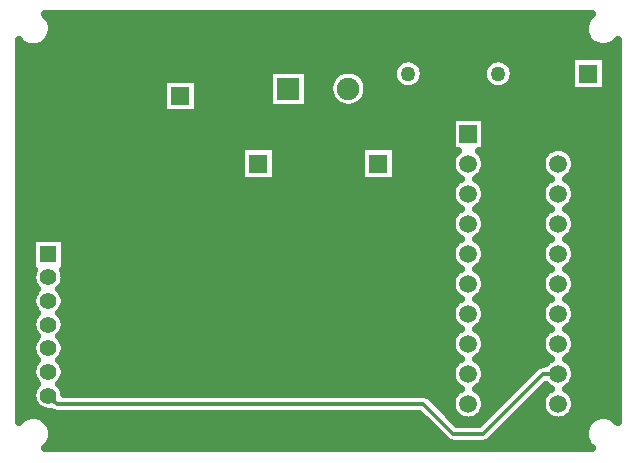
<source format=gbl>
G04 DipTrace 3.2.0.1*
G04 Bottom.gbl*
%MOIN*%
G04 #@! TF.FileFunction,Copper,L2,Bot*
G04 #@! TF.Part,Single*
G04 #@! TA.AperFunction,Conductor*
%ADD14C,0.012992*%
G04 #@! TA.AperFunction,CopperBalancing*
%ADD15C,0.025*%
G04 #@! TA.AperFunction,ComponentPad*
%ADD16C,0.062992*%
%ADD17R,0.062992X0.062992*%
%ADD18C,0.05*%
%ADD19C,0.05*%
%ADD20C,0.062992*%
%ADD21C,0.129921*%
%ADD22R,0.055118X0.055118*%
%ADD23C,0.055118*%
%ADD24R,0.074803X0.074803*%
%ADD25C,0.074803*%
%ADD26R,0.059055X0.059055*%
%ADD27C,0.059055*%
%FSLAX26Y26*%
G04*
G70*
G90*
G75*
G01*
G04 Bottom*
%LPD*%
X2243701Y1693701D2*
D14*
X2143701Y1593701D1*
X1843701D1*
X1793701Y1543701D1*
Y1343701D1*
X1743701Y1293701D1*
X1643701D1*
X2243701Y693699D2*
X2193699D1*
X1993701Y493701D1*
X1893701D1*
X1793701Y593701D1*
X571260D1*
X543701Y621260D1*
X553517Y1866962D2*
D15*
X2333899D1*
X558038Y1842093D2*
X2329377D1*
X552081Y1817224D2*
X2335298D1*
X448089Y1792356D2*
X456747D1*
X530659D2*
X2356720D1*
X2430690D2*
X2439325D1*
X448089Y1767487D2*
X2439325D1*
X448089Y1742618D2*
X1725123D1*
X1762276D2*
X2025115D1*
X2062268D2*
X2283230D1*
X2404172D2*
X2439325D1*
X448089Y1717749D2*
X1695663D1*
X1791736D2*
X1995654D1*
X2091728D2*
X2283230D1*
X2404172D2*
X2439325D1*
X448089Y1692881D2*
X1277324D1*
X1410108D2*
X1500416D1*
X1586982D2*
X1689706D1*
X1797693D2*
X1989734D1*
X2097685D2*
X2283230D1*
X2404172D2*
X2439325D1*
X448089Y1668012D2*
X923362D1*
X1044340D2*
X1277324D1*
X1410108D2*
X1482115D1*
X1605282D2*
X1696559D1*
X1790839D2*
X1996587D1*
X2090831D2*
X2283230D1*
X2404172D2*
X2439325D1*
X448089Y1643143D2*
X923362D1*
X1044340D2*
X1277324D1*
X1410108D2*
X1477307D1*
X1610091D2*
X1731438D1*
X1755959D2*
X2031430D1*
X2055951D2*
X2283230D1*
X2404172D2*
X2439325D1*
X448089Y1618274D2*
X923362D1*
X1044340D2*
X1277324D1*
X1410108D2*
X1482581D1*
X1604815D2*
X2439325D1*
X448089Y1593406D2*
X923362D1*
X1044340D2*
X1277324D1*
X1410108D2*
X1501780D1*
X1585618D2*
X2439325D1*
X448089Y1568537D2*
X923362D1*
X1044340D2*
X2439325D1*
X448089Y1543668D2*
X1885167D1*
X2002232D2*
X2439325D1*
X448089Y1518799D2*
X1885167D1*
X2002232D2*
X2439325D1*
X448089Y1493930D2*
X1885167D1*
X2002232D2*
X2439325D1*
X448089Y1469062D2*
X1885167D1*
X2002232D2*
X2439325D1*
X448089Y1444193D2*
X1183201D1*
X1304178D2*
X1583201D1*
X1704178D2*
X1885167D1*
X2002232D2*
X2216951D1*
X2270467D2*
X2439325D1*
X448089Y1419324D2*
X1183201D1*
X1304178D2*
X1583201D1*
X1704178D2*
X1891374D1*
X1996025D2*
X2191403D1*
X2296017D2*
X2439325D1*
X448089Y1394455D2*
X1183201D1*
X1304178D2*
X1583201D1*
X1704178D2*
X1885202D1*
X2002232D2*
X2185194D1*
X2302224D2*
X2439325D1*
X448089Y1369587D2*
X1183201D1*
X1304178D2*
X1583201D1*
X1704178D2*
X1890621D1*
X1996778D2*
X2190648D1*
X2296770D2*
X2439325D1*
X448089Y1344718D2*
X1183201D1*
X1304178D2*
X1583201D1*
X1704178D2*
X1914017D1*
X1973382D2*
X2214009D1*
X2273374D2*
X2439325D1*
X448089Y1319849D2*
X1891661D1*
X1995738D2*
X2191654D1*
X2295730D2*
X2439325D1*
X448089Y1294980D2*
X1885202D1*
X2002197D2*
X2185194D1*
X2302189D2*
X2439325D1*
X448089Y1270112D2*
X1890406D1*
X1996993D2*
X2190398D1*
X2297021D2*
X2439325D1*
X448089Y1245243D2*
X1913084D1*
X1974315D2*
X2213076D1*
X2274307D2*
X2439325D1*
X448089Y1220374D2*
X1891949D1*
X1995451D2*
X2191941D1*
X2295479D2*
X2439325D1*
X448089Y1195505D2*
X1885202D1*
X2002197D2*
X2185194D1*
X2302189D2*
X2439325D1*
X448089Y1170636D2*
X1890155D1*
X1997245D2*
X2190146D1*
X2297236D2*
X2439325D1*
X448089Y1145768D2*
X487155D1*
X600238D2*
X1912223D1*
X1975213D2*
X2212215D1*
X2275203D2*
X2439325D1*
X448089Y1120899D2*
X487155D1*
X600238D2*
X1892236D1*
X1995164D2*
X2192227D1*
X2295192D2*
X2439325D1*
X448089Y1096030D2*
X487155D1*
X600238D2*
X1885239D1*
X2002161D2*
X2185230D1*
X2302189D2*
X2439325D1*
X448089Y1071161D2*
X487155D1*
X600238D2*
X1889903D1*
X1997496D2*
X2189930D1*
X2297488D2*
X2439325D1*
X448089Y1046293D2*
X487155D1*
X600238D2*
X1911362D1*
X1976038D2*
X2211354D1*
X2276029D2*
X2439325D1*
X448089Y1021424D2*
X487550D1*
X599879D2*
X1892522D1*
X1994877D2*
X2192514D1*
X2294869D2*
X2439325D1*
X448089Y996555D2*
X490385D1*
X597008D2*
X1885239D1*
X2002161D2*
X2185266D1*
X2302154D2*
X2439325D1*
X448089Y971686D2*
X500396D1*
X586996D2*
X1889688D1*
X1997711D2*
X2189680D1*
X2297703D2*
X2439325D1*
X448089Y946818D2*
X488196D1*
X599197D2*
X1910537D1*
X1976862D2*
X2210529D1*
X2276854D2*
X2439325D1*
X448089Y921949D2*
X489056D1*
X598336D2*
X1892810D1*
X1994589D2*
X2192837D1*
X2294581D2*
X2439325D1*
X448089Y897080D2*
X503912D1*
X583480D2*
X1885274D1*
X2002125D2*
X2185266D1*
X2302117D2*
X2439325D1*
X448089Y872211D2*
X489199D1*
X598193D2*
X1889472D1*
X1997927D2*
X2189465D1*
X2297919D2*
X2439325D1*
X448089Y847343D2*
X488123D1*
X599304D2*
X1909747D1*
X1977652D2*
X2209739D1*
X2277644D2*
X2439325D1*
X448089Y822474D2*
X500001D1*
X587391D2*
X1893133D1*
X1994266D2*
X2193125D1*
X2294259D2*
X2439325D1*
X448089Y797605D2*
X490563D1*
X596865D2*
X1885310D1*
X2002089D2*
X2185302D1*
X2302081D2*
X2439325D1*
X448089Y772736D2*
X487478D1*
X599915D2*
X1889257D1*
X1998142D2*
X2189249D1*
X2298134D2*
X2439325D1*
X448089Y747867D2*
X496844D1*
X590585D2*
X1908993D1*
X1978406D2*
X2208986D1*
X2278398D2*
X2439325D1*
X448089Y722999D2*
X492286D1*
X595106D2*
X1893455D1*
X1993944D2*
X2176043D1*
X2293936D2*
X2439325D1*
X448089Y698130D2*
X487190D1*
X600202D2*
X1885346D1*
X2002054D2*
X2148987D1*
X2302046D2*
X2439325D1*
X448089Y673261D2*
X494224D1*
X593168D2*
X1889042D1*
X1998357D2*
X2124119D1*
X2298349D2*
X2439325D1*
X448089Y648392D2*
X494440D1*
X592953D2*
X1908240D1*
X1979159D2*
X2099252D1*
X2197551D2*
X2208268D1*
X2279151D2*
X2439325D1*
X448089Y623524D2*
X487190D1*
X1810289D2*
X1893778D1*
X1993621D2*
X2074385D1*
X2172682D2*
X2193770D1*
X2293613D2*
X2439325D1*
X448089Y598655D2*
X492106D1*
X1837883D2*
X1885417D1*
X2002017D2*
X2049516D1*
X2147815D2*
X2185409D1*
X2302009D2*
X2439325D1*
X448089Y573786D2*
X515360D1*
X1862751D2*
X1888827D1*
X1998572D2*
X2024648D1*
X2122948D2*
X2188854D1*
X2298564D2*
X2439325D1*
X448089Y548917D2*
X463364D1*
X524055D2*
X1789320D1*
X1887619D2*
X1907558D1*
X1979841D2*
X1999781D1*
X2098080D2*
X2207550D1*
X2279869D2*
X2363360D1*
X2424051D2*
X2439325D1*
X550072Y524049D2*
X1814188D1*
X2073211D2*
X2337307D1*
X557787Y499180D2*
X1839055D1*
X2048344D2*
X2329592D1*
X554916Y474311D2*
X1863923D1*
X2023476D2*
X2332463D1*
X539415Y449442D2*
X2348001D1*
X1194899Y1451689D2*
X1301689D1*
Y1335713D1*
X1185713D1*
Y1451689D1*
X1194899D1*
X2294899Y1751689D2*
X2401689D1*
Y1635713D1*
X2285713D1*
Y1751689D1*
X2294899D1*
X1795034Y1689661D2*
X1793770Y1681680D1*
X1791273Y1673996D1*
X1787605Y1666797D1*
X1782856Y1660260D1*
X1777142Y1654546D1*
X1770605Y1649797D1*
X1763406Y1646129D1*
X1755722Y1643631D1*
X1747740Y1642367D1*
X1739661D1*
X1731680Y1643631D1*
X1723996Y1646129D1*
X1716797Y1649797D1*
X1710260Y1654546D1*
X1704546Y1660260D1*
X1699797Y1666797D1*
X1696129Y1673996D1*
X1693631Y1681680D1*
X1692367Y1689661D1*
Y1697740D1*
X1693631Y1705722D1*
X1696129Y1713406D1*
X1699797Y1720605D1*
X1704546Y1727142D1*
X1710260Y1732856D1*
X1716797Y1737605D1*
X1723996Y1741273D1*
X1731680Y1743770D1*
X1739661Y1745034D1*
X1747740D1*
X1755722Y1743770D1*
X1763406Y1741273D1*
X1770605Y1737605D1*
X1777142Y1732856D1*
X1782856Y1727142D1*
X1787605Y1720605D1*
X1791273Y1713406D1*
X1793770Y1705722D1*
X1795034Y1697740D1*
Y1689661D1*
X2095034D2*
X2093770Y1681680D1*
X2091273Y1673996D1*
X2087605Y1666797D1*
X2082856Y1660260D1*
X2077142Y1654546D1*
X2070605Y1649797D1*
X2063406Y1646129D1*
X2055722Y1643631D1*
X2047740Y1642367D1*
X2039661D1*
X2031680Y1643631D1*
X2023996Y1646129D1*
X2016797Y1649797D1*
X2010260Y1654546D1*
X2004546Y1660260D1*
X1999797Y1666797D1*
X1996129Y1673996D1*
X1993631Y1681680D1*
X1992367Y1689661D1*
Y1697740D1*
X1993631Y1705722D1*
X1996129Y1713406D1*
X1999797Y1720605D1*
X2004546Y1727142D1*
X2010260Y1732856D1*
X2016797Y1737605D1*
X2023996Y1741273D1*
X2031680Y1743770D1*
X2039661Y1745034D1*
X2047740D1*
X2055722Y1743770D1*
X2063406Y1741273D1*
X2070605Y1737605D1*
X2077142Y1732856D1*
X2082856Y1727142D1*
X2087605Y1720605D1*
X2091273Y1713406D1*
X2093770Y1705722D1*
X2095034Y1697740D1*
Y1689661D1*
X1594899Y1451689D2*
X1701689D1*
Y1335713D1*
X1585713D1*
Y1451689D1*
X1594899D1*
X935056Y1677280D2*
X1041846D1*
Y1561303D1*
X925870D1*
Y1677280D1*
X935056D1*
X498836Y1147752D2*
X597752D1*
Y1039650D1*
X591861Y1039500D1*
X595106Y1031663D1*
X597087Y1023416D1*
X597752Y1014961D1*
X597087Y1006505D1*
X595106Y998259D1*
X591861Y990421D1*
X587429Y983190D1*
X581921Y976740D1*
X580715Y975626D1*
X584802Y971324D1*
X589787Y964462D1*
X593638Y956906D1*
X596259Y948839D1*
X597585Y940461D1*
Y931980D1*
X596259Y923602D1*
X593638Y915535D1*
X589787Y907979D1*
X584802Y901117D1*
X580715Y896886D1*
X584802Y892584D1*
X589787Y885722D1*
X593638Y878165D1*
X596259Y870098D1*
X597585Y861720D1*
Y853240D1*
X596259Y844862D1*
X593638Y836795D1*
X589787Y829239D1*
X584802Y822377D1*
X580715Y818146D1*
X584802Y813844D1*
X589787Y806982D1*
X593638Y799425D1*
X596259Y791358D1*
X597585Y782980D1*
Y774500D1*
X596259Y766122D1*
X593638Y758055D1*
X589787Y750499D1*
X584802Y743636D1*
X580715Y739406D1*
X584802Y735104D1*
X589787Y728241D1*
X593638Y720685D1*
X596259Y712618D1*
X597585Y704240D1*
Y695760D1*
X596259Y687382D1*
X593638Y679315D1*
X589787Y671759D1*
X584802Y664896D1*
X580715Y660665D1*
X584802Y656364D1*
X589787Y649501D1*
X593638Y641945D1*
X596259Y633878D1*
X597444Y626702D1*
X1796289Y626588D1*
X1801402Y625778D1*
X1806325Y624178D1*
X1810937Y621828D1*
X1815125Y618785D1*
X1862497Y571556D1*
X1907383Y526671D1*
X1980003Y526689D1*
X2172276Y718783D1*
X2176463Y721827D1*
X2181075Y724177D1*
X2185999Y725777D1*
X2191112Y726587D1*
X2193710Y726688D1*
X2201104Y730081D1*
X2207319Y736297D1*
X2214430Y741465D1*
X2218269Y743786D1*
X2210773Y748378D1*
X2204089Y754088D1*
X2198379Y760772D1*
X2193787Y768268D1*
X2190423Y776388D1*
X2188371Y784936D1*
X2187681Y793699D1*
X2188371Y802463D1*
X2190423Y811010D1*
X2193787Y819131D1*
X2198379Y826627D1*
X2204089Y833311D1*
X2210773Y839021D1*
X2218440Y843693D1*
X2210773Y848379D1*
X2204089Y854089D1*
X2198379Y860773D1*
X2193787Y868269D1*
X2190423Y876390D1*
X2188371Y884937D1*
X2187681Y893701D1*
X2188371Y902465D1*
X2190423Y911012D1*
X2193787Y919133D1*
X2198379Y926629D1*
X2204089Y933312D1*
X2210773Y939022D1*
X2218440Y943694D1*
X2210773Y948378D1*
X2204089Y954088D1*
X2198379Y960772D1*
X2193787Y968268D1*
X2190423Y976388D1*
X2188371Y984936D1*
X2187681Y993699D1*
X2188371Y1002463D1*
X2190423Y1011010D1*
X2193787Y1019131D1*
X2198379Y1026627D1*
X2204089Y1033311D1*
X2210773Y1039021D1*
X2218440Y1043693D1*
X2210773Y1048378D1*
X2204089Y1054088D1*
X2198379Y1060772D1*
X2193787Y1068268D1*
X2190423Y1076388D1*
X2188371Y1084936D1*
X2187681Y1093699D1*
X2188371Y1102463D1*
X2190423Y1111010D1*
X2193787Y1119131D1*
X2198379Y1126627D1*
X2204089Y1133311D1*
X2210773Y1139021D1*
X2218440Y1143693D1*
X2210773Y1148379D1*
X2204089Y1154089D1*
X2198379Y1160773D1*
X2193787Y1168269D1*
X2190423Y1176390D1*
X2188371Y1184937D1*
X2187681Y1193701D1*
X2188371Y1202465D1*
X2190423Y1211012D1*
X2193787Y1219133D1*
X2198379Y1226629D1*
X2204089Y1233312D1*
X2210773Y1239022D1*
X2218440Y1243694D1*
X2210773Y1248378D1*
X2204089Y1254088D1*
X2198379Y1260772D1*
X2193787Y1268268D1*
X2190423Y1276388D1*
X2188371Y1284936D1*
X2187681Y1293699D1*
X2188371Y1302463D1*
X2190423Y1311010D1*
X2193787Y1319131D1*
X2198379Y1326627D1*
X2204089Y1333311D1*
X2210773Y1339021D1*
X2218440Y1343693D1*
X2210773Y1348378D1*
X2204089Y1354088D1*
X2198379Y1360772D1*
X2193787Y1368268D1*
X2190423Y1376388D1*
X2188371Y1384936D1*
X2187681Y1393699D1*
X2188371Y1402463D1*
X2190423Y1411010D1*
X2193787Y1419131D1*
X2198379Y1426627D1*
X2204089Y1433311D1*
X2210773Y1439021D1*
X2218269Y1443613D1*
X2226390Y1446978D1*
X2234937Y1449029D1*
X2243701Y1449719D1*
X2252465Y1449029D1*
X2261012Y1446978D1*
X2269133Y1443613D1*
X2276629Y1439021D1*
X2283312Y1433311D1*
X2289022Y1426627D1*
X2293614Y1419131D1*
X2296979Y1411010D1*
X2299030Y1402463D1*
X2299720Y1393699D1*
X2299030Y1384936D1*
X2296979Y1376388D1*
X2293614Y1368268D1*
X2289022Y1360772D1*
X2283312Y1354088D1*
X2276629Y1348378D1*
X2268962Y1343706D1*
X2276629Y1339021D1*
X2283312Y1333311D1*
X2289022Y1326627D1*
X2293614Y1319131D1*
X2296979Y1311010D1*
X2299030Y1302463D1*
X2299720Y1293699D1*
X2299030Y1284936D1*
X2296979Y1276388D1*
X2293614Y1268268D1*
X2289022Y1260772D1*
X2283312Y1254088D1*
X2276629Y1248378D1*
X2268962Y1243706D1*
X2276629Y1239022D1*
X2283312Y1233312D1*
X2289022Y1226629D1*
X2293614Y1219133D1*
X2296979Y1211012D1*
X2299030Y1202465D1*
X2299720Y1193701D1*
X2299030Y1184937D1*
X2296979Y1176390D1*
X2293614Y1168269D1*
X2289022Y1160773D1*
X2283312Y1154089D1*
X2276629Y1148379D1*
X2268962Y1143707D1*
X2276629Y1139021D1*
X2283312Y1133311D1*
X2289022Y1126627D1*
X2293614Y1119131D1*
X2296979Y1111010D1*
X2299030Y1102463D1*
X2299720Y1093699D1*
X2299030Y1084936D1*
X2296979Y1076388D1*
X2293614Y1068268D1*
X2289022Y1060772D1*
X2283312Y1054088D1*
X2276629Y1048378D1*
X2268962Y1043706D1*
X2276629Y1039021D1*
X2283312Y1033311D1*
X2289022Y1026627D1*
X2293614Y1019131D1*
X2296979Y1011010D1*
X2299030Y1002463D1*
X2299720Y993699D1*
X2299030Y984936D1*
X2296979Y976388D1*
X2293614Y968268D1*
X2289022Y960772D1*
X2283312Y954088D1*
X2276629Y948378D1*
X2268962Y943706D1*
X2276629Y939022D1*
X2283312Y933312D1*
X2289022Y926629D1*
X2293614Y919133D1*
X2296979Y911012D1*
X2299030Y902465D1*
X2299720Y893701D1*
X2299030Y884937D1*
X2296979Y876390D1*
X2293614Y868269D1*
X2289022Y860773D1*
X2283312Y854089D1*
X2276629Y848379D1*
X2268962Y843707D1*
X2276629Y839021D1*
X2283312Y833311D1*
X2289022Y826627D1*
X2293614Y819131D1*
X2296979Y811010D1*
X2299030Y802463D1*
X2299720Y793699D1*
X2299030Y784936D1*
X2296979Y776388D1*
X2293614Y768268D1*
X2289022Y760772D1*
X2283312Y754088D1*
X2276629Y748378D1*
X2268962Y743706D1*
X2276629Y739021D1*
X2283312Y733311D1*
X2289022Y726627D1*
X2293614Y719131D1*
X2296979Y711010D1*
X2299030Y702463D1*
X2299720Y693699D1*
X2299030Y684936D1*
X2296979Y676388D1*
X2293614Y668268D1*
X2289022Y660772D1*
X2283312Y654088D1*
X2276629Y648378D1*
X2268962Y643706D1*
X2276629Y639022D1*
X2283312Y633312D1*
X2289022Y626629D1*
X2293614Y619133D1*
X2296979Y611012D1*
X2299030Y602465D1*
X2299720Y593701D1*
X2299030Y584937D1*
X2296979Y576390D1*
X2293614Y568269D1*
X2289022Y560773D1*
X2283312Y554089D1*
X2276629Y548379D1*
X2269133Y543787D1*
X2261012Y540423D1*
X2252465Y538371D1*
X2243701Y537681D1*
X2234937Y538371D1*
X2226390Y540423D1*
X2218269Y543787D1*
X2210773Y548379D1*
X2204089Y554089D1*
X2198379Y560773D1*
X2193787Y568269D1*
X2190423Y576390D1*
X2188371Y584937D1*
X2187681Y593701D1*
X2188371Y602465D1*
X2190423Y611012D1*
X2193787Y619133D1*
X2198379Y626629D1*
X2204089Y633312D1*
X2210773Y639022D1*
X2218440Y643694D1*
X2210773Y648378D1*
X2204089Y654088D1*
X2202491Y655816D1*
X2015125Y468617D1*
X2010937Y465573D1*
X2006325Y463223D1*
X2001402Y461623D1*
X1996289Y460814D1*
X1929396Y460713D1*
X1891113Y460814D1*
X1886000Y461623D1*
X1881076Y463223D1*
X1876465Y465573D1*
X1872277Y468617D1*
X1824904Y515845D1*
X1780018Y560731D1*
X568672Y560814D1*
X563559Y561623D1*
X558635Y563223D1*
X554024Y565573D1*
X551862Y567018D1*
X547941Y567375D1*
X539461D1*
X531083Y568702D1*
X523016Y571323D1*
X515459Y575173D1*
X508597Y580159D1*
X502600Y586156D1*
X497614Y593018D1*
X493764Y600575D1*
X491143Y608642D1*
X489816Y617020D1*
Y625500D1*
X491143Y633878D1*
X493764Y641945D1*
X497614Y649501D1*
X502600Y656364D1*
X506686Y660594D1*
X502600Y664896D1*
X497614Y671759D1*
X493764Y679315D1*
X491143Y687382D1*
X489816Y695760D1*
Y704240D1*
X491143Y712618D1*
X493764Y720685D1*
X497614Y728241D1*
X502600Y735104D1*
X506686Y739335D1*
X502600Y743636D1*
X497614Y750499D1*
X493764Y758055D1*
X491143Y766122D1*
X489816Y774500D1*
Y782980D1*
X491143Y791358D1*
X493764Y799425D1*
X497614Y806982D1*
X502600Y813844D1*
X506686Y818075D1*
X502600Y822377D1*
X497614Y829239D1*
X493764Y836795D1*
X491143Y844862D1*
X489816Y853240D1*
Y861720D1*
X491143Y870098D1*
X493764Y878165D1*
X497614Y885722D1*
X502600Y892584D1*
X506686Y896815D1*
X502600Y901117D1*
X497614Y907979D1*
X493764Y915535D1*
X491143Y923602D1*
X489816Y931980D1*
Y940461D1*
X491143Y948839D1*
X493764Y956906D1*
X497614Y964462D1*
X502600Y971324D1*
X506686Y975555D1*
X502600Y979857D1*
X497614Y986719D1*
X493764Y994276D1*
X491143Y1002343D1*
X489816Y1010720D1*
Y1019201D1*
X491143Y1027579D1*
X493764Y1035646D1*
X495630Y1039659D1*
X489650Y1039650D1*
Y1147752D1*
X498836D1*
X555354Y1838849D2*
X553836Y1829264D1*
X550837Y1820034D1*
X546432Y1811387D1*
X540727Y1803537D1*
X533865Y1796675D1*
X526014Y1790970D1*
X517367Y1786564D1*
X508138Y1783566D1*
X498552Y1782047D1*
X488849D1*
X479264Y1783566D1*
X470034Y1786564D1*
X461387Y1790970D1*
X453537Y1796675D1*
X446675Y1803537D1*
X445583Y1804921D1*
X445571Y532514D1*
X449971Y537430D1*
X457350Y543734D1*
X465625Y548804D1*
X474591Y552518D1*
X484026Y554783D1*
X493701Y555545D1*
X503375Y554783D1*
X512811Y552518D1*
X521777Y548804D1*
X530051Y543734D1*
X537430Y537430D1*
X543734Y530051D1*
X548804Y521777D1*
X552518Y512811D1*
X554783Y503375D1*
X555545Y493701D1*
X554783Y484026D1*
X552518Y474591D1*
X548804Y465625D1*
X543734Y457350D1*
X537430Y449971D1*
X532480Y445583D1*
X2354849Y445571D1*
X2349971Y449971D1*
X2343668Y457350D1*
X2338597Y465625D1*
X2334883Y474591D1*
X2332618Y484026D1*
X2331857Y493701D1*
X2332618Y503375D1*
X2334883Y512811D1*
X2338597Y521777D1*
X2343668Y530051D1*
X2349971Y537430D1*
X2357350Y543734D1*
X2365625Y548804D1*
X2374591Y552518D1*
X2384026Y554783D1*
X2393701Y555545D1*
X2403375Y554783D1*
X2412811Y552518D1*
X2421777Y548804D1*
X2430051Y543734D1*
X2437430Y537430D1*
X2441819Y532480D1*
X2441831Y1804887D1*
X2437430Y1799971D1*
X2430051Y1793668D1*
X2421777Y1788597D1*
X2412811Y1784883D1*
X2403375Y1782618D1*
X2393701Y1781857D1*
X2384026Y1782618D1*
X2374591Y1784883D1*
X2365625Y1788597D1*
X2357350Y1793668D1*
X2349971Y1799971D1*
X2343668Y1807350D1*
X2338597Y1815625D1*
X2334883Y1824591D1*
X2332618Y1834026D1*
X2331857Y1843701D1*
X2332618Y1853375D1*
X2334883Y1862811D1*
X2338597Y1871777D1*
X2343668Y1880051D1*
X2349971Y1887430D1*
X2354921Y1891819D1*
X532552Y1891831D1*
X537430Y1887430D1*
X543734Y1880051D1*
X548804Y1871777D1*
X552518Y1862811D1*
X554783Y1853375D1*
X555545Y1843701D1*
X555354Y1838849D1*
X1288993Y1707594D2*
X1407594D1*
Y1579807D1*
X1279807D1*
Y1707594D1*
X1288993D1*
X1607398Y1638688D2*
X1605829Y1628785D1*
X1602731Y1619249D1*
X1598178Y1610316D1*
X1592286Y1602205D1*
X1585197Y1595115D1*
X1577085Y1589223D1*
X1568152Y1584671D1*
X1558617Y1581572D1*
X1548714Y1580004D1*
X1538688D1*
X1528785Y1581572D1*
X1519249Y1584671D1*
X1510316Y1589223D1*
X1502205Y1595115D1*
X1495115Y1602205D1*
X1489223Y1610316D1*
X1484671Y1619249D1*
X1481572Y1628785D1*
X1480004Y1638688D1*
Y1648714D1*
X1481572Y1658617D1*
X1484671Y1668152D1*
X1489223Y1677085D1*
X1495115Y1685197D1*
X1502205Y1692286D1*
X1510316Y1698178D1*
X1519249Y1702731D1*
X1528785Y1705829D1*
X1538688Y1707398D1*
X1548714D1*
X1558617Y1705829D1*
X1568152Y1702731D1*
X1577085Y1698178D1*
X1585197Y1692286D1*
X1592286Y1685197D1*
X1598178Y1677085D1*
X1602731Y1668152D1*
X1605829Y1658617D1*
X1607398Y1648714D1*
Y1638688D1*
X1896867Y1549720D2*
X1999720D1*
Y1437681D1*
X1978370D1*
X1983312Y1433312D1*
X1989022Y1426629D1*
X1993614Y1419133D1*
X1996979Y1411012D1*
X1999030Y1402465D1*
X1999720Y1393701D1*
X1999030Y1384937D1*
X1996979Y1376390D1*
X1993614Y1368269D1*
X1989022Y1360773D1*
X1983312Y1354089D1*
X1976629Y1348379D1*
X1968962Y1343707D1*
X1976629Y1339022D1*
X1983312Y1333312D1*
X1989022Y1326629D1*
X1993614Y1319133D1*
X1996979Y1311012D1*
X1999030Y1302465D1*
X1999720Y1293701D1*
X1999030Y1284937D1*
X1996979Y1276390D1*
X1993614Y1268269D1*
X1989022Y1260773D1*
X1983312Y1254089D1*
X1976629Y1248379D1*
X1968962Y1243707D1*
X1976629Y1239022D1*
X1983312Y1233312D1*
X1989022Y1226629D1*
X1993614Y1219133D1*
X1996979Y1211012D1*
X1999030Y1202465D1*
X1999720Y1193701D1*
X1999030Y1184937D1*
X1996979Y1176390D1*
X1993614Y1168269D1*
X1989022Y1160773D1*
X1983312Y1154089D1*
X1976629Y1148379D1*
X1968962Y1143707D1*
X1976629Y1139021D1*
X1983312Y1133311D1*
X1989022Y1126627D1*
X1993614Y1119131D1*
X1996979Y1111010D1*
X1999030Y1102463D1*
X1999720Y1093699D1*
X1999030Y1084936D1*
X1996979Y1076388D1*
X1993614Y1068268D1*
X1989022Y1060772D1*
X1983312Y1054088D1*
X1976629Y1048378D1*
X1968962Y1043706D1*
X1976629Y1039021D1*
X1983312Y1033311D1*
X1989022Y1026627D1*
X1993614Y1019131D1*
X1996979Y1011010D1*
X1999030Y1002463D1*
X1999720Y993699D1*
X1999030Y984936D1*
X1996979Y976388D1*
X1993614Y968268D1*
X1989022Y960772D1*
X1983312Y954088D1*
X1976629Y948378D1*
X1968962Y943706D1*
X1976629Y939022D1*
X1983312Y933312D1*
X1989022Y926629D1*
X1993614Y919133D1*
X1996979Y911012D1*
X1999030Y902465D1*
X1999720Y893701D1*
X1999030Y884937D1*
X1996979Y876390D1*
X1993614Y868269D1*
X1989022Y860773D1*
X1983312Y854089D1*
X1976629Y848379D1*
X1968962Y843707D1*
X1976629Y839021D1*
X1983312Y833311D1*
X1989022Y826627D1*
X1993614Y819131D1*
X1996979Y811010D1*
X1999030Y802463D1*
X1999720Y793699D1*
X1999030Y784936D1*
X1996979Y776388D1*
X1993614Y768268D1*
X1989022Y760772D1*
X1983312Y754088D1*
X1976629Y748378D1*
X1968962Y743706D1*
X1976629Y739021D1*
X1983312Y733311D1*
X1989022Y726627D1*
X1993614Y719131D1*
X1996979Y711010D1*
X1999030Y702463D1*
X1999720Y693699D1*
X1999030Y684936D1*
X1996979Y676388D1*
X1993614Y668268D1*
X1989022Y660772D1*
X1983312Y654088D1*
X1976629Y648378D1*
X1968962Y643706D1*
X1976629Y639022D1*
X1983312Y633312D1*
X1989022Y626629D1*
X1993614Y619133D1*
X1996979Y611012D1*
X1999030Y602465D1*
X1999720Y593701D1*
X1999030Y584937D1*
X1996979Y576390D1*
X1993614Y568269D1*
X1989022Y560773D1*
X1983312Y554089D1*
X1976629Y548379D1*
X1969133Y543787D1*
X1961012Y540423D1*
X1952465Y538371D1*
X1943701Y537681D1*
X1934937Y538371D1*
X1926390Y540423D1*
X1918269Y543787D1*
X1910773Y548379D1*
X1904089Y554089D1*
X1898379Y560773D1*
X1893787Y568269D1*
X1890423Y576390D1*
X1888371Y584937D1*
X1887681Y593701D1*
X1888371Y602465D1*
X1890423Y611012D1*
X1893787Y619133D1*
X1898379Y626629D1*
X1904089Y633312D1*
X1910773Y639022D1*
X1918440Y643694D1*
X1910773Y648378D1*
X1904089Y654088D1*
X1898379Y660772D1*
X1893787Y668268D1*
X1890423Y676388D1*
X1888371Y684936D1*
X1887681Y693699D1*
X1888371Y702463D1*
X1890423Y711010D1*
X1893787Y719131D1*
X1898379Y726627D1*
X1904089Y733311D1*
X1910773Y739021D1*
X1918440Y743693D1*
X1910773Y748378D1*
X1904089Y754088D1*
X1898379Y760772D1*
X1893787Y768268D1*
X1890423Y776388D1*
X1888371Y784936D1*
X1887681Y793699D1*
X1888371Y802463D1*
X1890423Y811010D1*
X1893787Y819131D1*
X1898379Y826627D1*
X1904089Y833311D1*
X1910773Y839021D1*
X1918440Y843693D1*
X1910773Y848379D1*
X1904089Y854089D1*
X1898379Y860773D1*
X1893787Y868269D1*
X1890423Y876390D1*
X1888371Y884937D1*
X1887681Y893701D1*
X1888371Y902465D1*
X1890423Y911012D1*
X1893787Y919133D1*
X1898379Y926629D1*
X1904089Y933312D1*
X1910773Y939022D1*
X1918440Y943694D1*
X1910773Y948378D1*
X1904089Y954088D1*
X1898379Y960772D1*
X1893787Y968268D1*
X1890423Y976388D1*
X1888371Y984936D1*
X1887681Y993699D1*
X1888371Y1002463D1*
X1890423Y1011010D1*
X1893787Y1019131D1*
X1898379Y1026627D1*
X1904089Y1033311D1*
X1910773Y1039021D1*
X1918440Y1043693D1*
X1910773Y1048378D1*
X1904089Y1054088D1*
X1898379Y1060772D1*
X1893787Y1068268D1*
X1890423Y1076388D1*
X1888371Y1084936D1*
X1887681Y1093699D1*
X1888371Y1102463D1*
X1890423Y1111010D1*
X1893787Y1119131D1*
X1898379Y1126627D1*
X1904089Y1133311D1*
X1910773Y1139021D1*
X1918440Y1143693D1*
X1910773Y1148379D1*
X1904089Y1154089D1*
X1898379Y1160773D1*
X1893787Y1168269D1*
X1890423Y1176390D1*
X1888371Y1184937D1*
X1887681Y1193701D1*
X1888371Y1202465D1*
X1890423Y1211012D1*
X1893787Y1219133D1*
X1898379Y1226629D1*
X1904089Y1233312D1*
X1910773Y1239022D1*
X1918440Y1243694D1*
X1910773Y1248379D1*
X1904089Y1254089D1*
X1898379Y1260773D1*
X1893787Y1268269D1*
X1890423Y1276390D1*
X1888371Y1284937D1*
X1887681Y1293701D1*
X1888371Y1302465D1*
X1890423Y1311012D1*
X1893787Y1319133D1*
X1898379Y1326629D1*
X1904089Y1333312D1*
X1910773Y1339022D1*
X1918440Y1343694D1*
X1910773Y1348379D1*
X1904089Y1354089D1*
X1898379Y1360773D1*
X1893787Y1368269D1*
X1890423Y1376390D1*
X1888371Y1384937D1*
X1887681Y1393701D1*
X1888371Y1402465D1*
X1890423Y1411012D1*
X1893787Y1419133D1*
X1898379Y1426629D1*
X1904089Y1433312D1*
X1909059Y1437671D1*
X1887681Y1437681D1*
Y1549720D1*
X1896867D1*
D16*
X1243701Y1293701D3*
D17*
Y1393701D3*
D16*
X2243701Y1693701D3*
D17*
X2343701D3*
D18*
X1743701D3*
D19*
X2043701D3*
D17*
X1643701Y1393701D3*
D16*
Y1293701D3*
D17*
X983858Y1619291D3*
D20*
Y1520866D3*
Y1442126D3*
Y1343701D3*
D21*
X877165Y1740157D3*
Y1222835D3*
D22*
X543701Y1093701D3*
D23*
Y1014961D3*
Y936220D3*
Y857480D3*
Y778740D3*
Y700000D3*
Y621260D3*
D24*
X1343701Y1643701D3*
D25*
X1443701D3*
X1543701D3*
D26*
X1943701Y1493701D3*
D27*
Y1393701D3*
Y1293701D3*
Y1193701D3*
Y1093699D3*
Y993699D3*
Y893701D3*
Y793699D3*
Y693699D3*
Y593701D3*
X2243701Y1493699D3*
Y1393699D3*
Y1293699D3*
Y1193701D3*
Y1093699D3*
Y993699D3*
Y893701D3*
Y793699D3*
Y693699D3*
Y593701D3*
M02*

</source>
